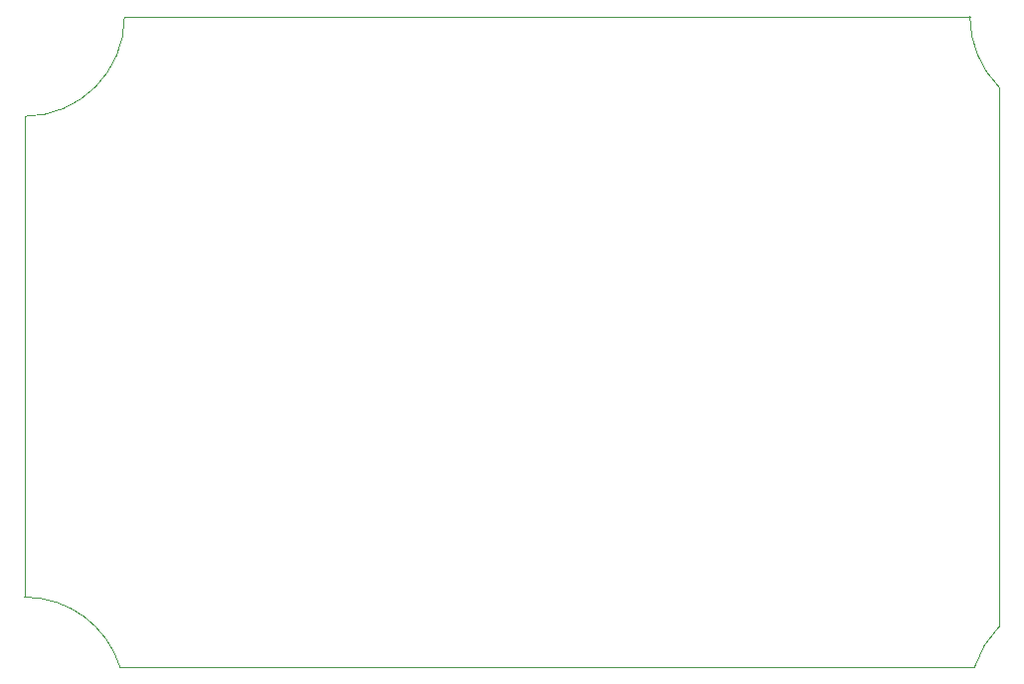
<source format=gbr>
%TF.GenerationSoftware,KiCad,Pcbnew,(5.1.9-0-10_14)*%
%TF.CreationDate,2021-01-29T17:32:38+02:00*%
%TF.ProjectId,SH-ESP32-HAT-Proto,53482d45-5350-4333-922d-4841542d5072,0.1.0*%
%TF.SameCoordinates,Original*%
%TF.FileFunction,Profile,NP*%
%FSLAX46Y46*%
G04 Gerber Fmt 4.6, Leading zero omitted, Abs format (unit mm)*
G04 Created by KiCad (PCBNEW (5.1.9-0-10_14)) date 2021-01-29 17:32:38*
%MOMM*%
%LPD*%
G01*
G04 APERTURE LIST*
%TA.AperFunction,Profile*%
%ADD10C,0.050000*%
%TD*%
G04 APERTURE END LIST*
D10*
X171989592Y-63010408D02*
X172000000Y-109000000D01*
X89000000Y-106499081D02*
G75*
G02*
X97125000Y-112500000I0J-8500919D01*
G01*
X89000000Y-106500000D02*
X89000000Y-103000000D01*
X127000000Y-112500000D02*
X97125000Y-112500000D01*
X127000000Y-112500000D02*
X153000000Y-112500000D01*
X153000000Y-112500000D02*
X169891435Y-112499765D01*
X153000000Y-112500000D02*
X153000000Y-112500000D01*
X169891436Y-112499765D02*
G75*
G02*
X172000000Y-109000000I8108564J-2500235D01*
G01*
X171989592Y-63010408D02*
G75*
G02*
X169500000Y-57000000I6010408J6010408D01*
G01*
X97500000Y-57000000D02*
G75*
G02*
X89000000Y-65500000I-8500000J0D01*
G01*
X169500000Y-57000000D02*
X97500000Y-57000000D01*
X89000000Y-65500000D02*
X89000000Y-103000000D01*
M02*

</source>
